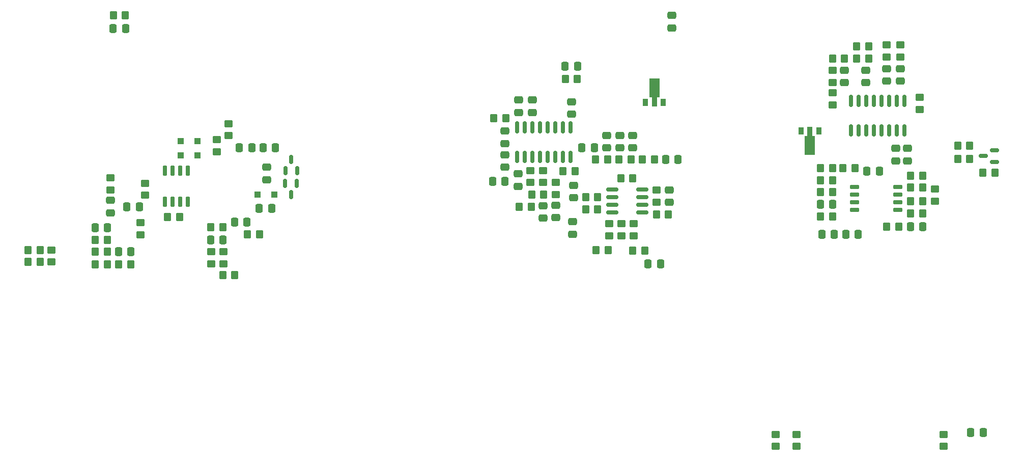
<source format=gbr>
%TF.GenerationSoftware,KiCad,Pcbnew,7.0.2-6a45011f42~172~ubuntu22.04.1*%
%TF.CreationDate,2023-05-30T10:36:55+01:00*%
%TF.ProjectId,panel-rbt-lac-gb-smd-1,70616e65-6c2d-4726-9274-2d6c61632d67,rev?*%
%TF.SameCoordinates,Original*%
%TF.FileFunction,Paste,Top*%
%TF.FilePolarity,Positive*%
%FSLAX46Y46*%
G04 Gerber Fmt 4.6, Leading zero omitted, Abs format (unit mm)*
G04 Created by KiCad (PCBNEW 7.0.2-6a45011f42~172~ubuntu22.04.1) date 2023-05-30 10:36:55*
%MOMM*%
%LPD*%
G01*
G04 APERTURE LIST*
G04 Aperture macros list*
%AMRoundRect*
0 Rectangle with rounded corners*
0 $1 Rounding radius*
0 $2 $3 $4 $5 $6 $7 $8 $9 X,Y pos of 4 corners*
0 Add a 4 corners polygon primitive as box body*
4,1,4,$2,$3,$4,$5,$6,$7,$8,$9,$2,$3,0*
0 Add four circle primitives for the rounded corners*
1,1,$1+$1,$2,$3*
1,1,$1+$1,$4,$5*
1,1,$1+$1,$6,$7*
1,1,$1+$1,$8,$9*
0 Add four rect primitives between the rounded corners*
20,1,$1+$1,$2,$3,$4,$5,0*
20,1,$1+$1,$4,$5,$6,$7,0*
20,1,$1+$1,$6,$7,$8,$9,0*
20,1,$1+$1,$8,$9,$2,$3,0*%
%AMFreePoly0*
4,1,9,3.862500,-0.866500,0.737500,-0.866500,0.737500,-0.450000,-0.737500,-0.450000,-0.737500,0.450000,0.737500,0.450000,0.737500,0.866500,3.862500,0.866500,3.862500,-0.866500,3.862500,-0.866500,$1*%
G04 Aperture macros list end*
%ADD10RoundRect,0.250000X-0.350000X-0.450000X0.350000X-0.450000X0.350000X0.450000X-0.350000X0.450000X0*%
%ADD11RoundRect,0.250000X0.350000X0.450000X-0.350000X0.450000X-0.350000X-0.450000X0.350000X-0.450000X0*%
%ADD12RoundRect,0.250000X-0.450000X0.350000X-0.450000X-0.350000X0.450000X-0.350000X0.450000X0.350000X0*%
%ADD13RoundRect,0.250000X-0.337500X-0.475000X0.337500X-0.475000X0.337500X0.475000X-0.337500X0.475000X0*%
%ADD14RoundRect,0.150000X-0.150000X0.725000X-0.150000X-0.725000X0.150000X-0.725000X0.150000X0.725000X0*%
%ADD15RoundRect,0.250000X-0.300000X-0.300000X0.300000X-0.300000X0.300000X0.300000X-0.300000X0.300000X0*%
%ADD16RoundRect,0.250000X0.337500X0.475000X-0.337500X0.475000X-0.337500X-0.475000X0.337500X-0.475000X0*%
%ADD17RoundRect,0.250000X0.300000X0.300000X-0.300000X0.300000X-0.300000X-0.300000X0.300000X-0.300000X0*%
%ADD18RoundRect,0.250000X0.450000X-0.350000X0.450000X0.350000X-0.450000X0.350000X-0.450000X-0.350000X0*%
%ADD19RoundRect,0.250000X0.475000X-0.337500X0.475000X0.337500X-0.475000X0.337500X-0.475000X-0.337500X0*%
%ADD20RoundRect,0.150000X0.150000X-0.587500X0.150000X0.587500X-0.150000X0.587500X-0.150000X-0.587500X0*%
%ADD21RoundRect,0.150000X-0.150000X0.587500X-0.150000X-0.587500X0.150000X-0.587500X0.150000X0.587500X0*%
%ADD22RoundRect,0.250000X-0.475000X0.337500X-0.475000X-0.337500X0.475000X-0.337500X0.475000X0.337500X0*%
%ADD23R,0.900000X1.300000*%
%ADD24FreePoly0,90.000000*%
%ADD25RoundRect,0.150000X-0.825000X-0.150000X0.825000X-0.150000X0.825000X0.150000X-0.825000X0.150000X0*%
%ADD26RoundRect,0.150000X-0.150000X0.825000X-0.150000X-0.825000X0.150000X-0.825000X0.150000X0.825000X0*%
%ADD27RoundRect,0.150000X0.587500X0.150000X-0.587500X0.150000X-0.587500X-0.150000X0.587500X-0.150000X0*%
%ADD28RoundRect,0.150000X0.150000X-0.825000X0.150000X0.825000X-0.150000X0.825000X-0.150000X-0.825000X0*%
%ADD29FreePoly0,270.000000*%
%ADD30RoundRect,0.150000X0.650000X0.150000X-0.650000X0.150000X-0.650000X-0.150000X0.650000X-0.150000X0*%
G04 APERTURE END LIST*
D10*
%TO.C,R14*%
X84350000Y-110680000D03*
X86350000Y-110680000D03*
%TD*%
D11*
%TO.C,R19*%
X74350000Y-118580000D03*
X72350000Y-118580000D03*
%TD*%
D12*
%TO.C,R12*%
X79850000Y-111680000D03*
X79850000Y-113680000D03*
%TD*%
D13*
%TO.C,C8*%
X77612500Y-108980000D03*
X79687500Y-108980000D03*
%TD*%
D10*
%TO.C,R22*%
X76250000Y-118580000D03*
X78250000Y-118580000D03*
%TD*%
D14*
%TO.C,U1*%
X87755000Y-103005000D03*
X86485000Y-103005000D03*
X85215000Y-103005000D03*
X83945000Y-103005000D03*
X83945000Y-108155000D03*
X85215000Y-108155000D03*
X86485000Y-108155000D03*
X87755000Y-108155000D03*
%TD*%
D12*
%TO.C,R20*%
X65050000Y-116180000D03*
X65050000Y-118180000D03*
%TD*%
D15*
%TO.C,D5*%
X86550000Y-100480000D03*
X89350000Y-100480000D03*
%TD*%
D16*
%TO.C,C4*%
X97587500Y-111580000D03*
X95512500Y-111580000D03*
%TD*%
D17*
%TO.C,D4*%
X89350000Y-98080000D03*
X86550000Y-98080000D03*
%TD*%
D16*
%TO.C,C6*%
X98387500Y-99180000D03*
X96312500Y-99180000D03*
%TD*%
D11*
%TO.C,R7*%
X99650000Y-113580000D03*
X97650000Y-113580000D03*
%TD*%
D13*
%TO.C,C3*%
X91512500Y-114480000D03*
X93587500Y-114480000D03*
%TD*%
D12*
%TO.C,R11*%
X80650000Y-105080000D03*
X80650000Y-107080000D03*
%TD*%
D10*
%TO.C,R13*%
X75350000Y-77180000D03*
X77350000Y-77180000D03*
%TD*%
D16*
%TO.C,C12*%
X101687500Y-109280000D03*
X99612500Y-109280000D03*
%TD*%
D18*
%TO.C,R5*%
X93650000Y-118480000D03*
X93650000Y-116480000D03*
%TD*%
D16*
%TO.C,C9*%
X77387500Y-79380000D03*
X75312500Y-79380000D03*
%TD*%
D11*
%TO.C,R9*%
X93550000Y-112380000D03*
X91550000Y-112380000D03*
%TD*%
D10*
%TO.C,R6*%
X93550000Y-120380000D03*
X95550000Y-120380000D03*
%TD*%
%TO.C,R16*%
X61150000Y-116180000D03*
X63150000Y-116180000D03*
%TD*%
%TO.C,R18*%
X72350000Y-114480000D03*
X74350000Y-114480000D03*
%TD*%
D19*
%TO.C,C11*%
X74850000Y-110017500D03*
X74850000Y-107942500D03*
%TD*%
D16*
%TO.C,C14*%
X74387500Y-112480000D03*
X72312500Y-112480000D03*
%TD*%
D13*
%TO.C,C5*%
X100250000Y-99180000D03*
X102325000Y-99180000D03*
%TD*%
D10*
%TO.C,R21*%
X72350000Y-116480000D03*
X74350000Y-116480000D03*
%TD*%
D20*
%TO.C,Q5*%
X104000000Y-103017500D03*
X105900000Y-103017500D03*
X104950000Y-101142500D03*
%TD*%
D18*
%TO.C,R8*%
X94550000Y-97180000D03*
X94550000Y-95180000D03*
%TD*%
D12*
%TO.C,R10*%
X92550000Y-97880000D03*
X92550000Y-99880000D03*
%TD*%
D19*
%TO.C,C7*%
X100850000Y-104517500D03*
X100850000Y-102442500D03*
%TD*%
D13*
%TO.C,C15*%
X76212500Y-116480000D03*
X78287500Y-116480000D03*
%TD*%
D21*
%TO.C,Q2*%
X105850000Y-105080000D03*
X103950000Y-105080000D03*
X104900000Y-106955000D03*
%TD*%
D18*
%TO.C,R17*%
X74850000Y-106180000D03*
X74850000Y-104180000D03*
%TD*%
D17*
%TO.C,D2*%
X102150000Y-106980000D03*
X99350000Y-106980000D03*
%TD*%
D10*
%TO.C,R15*%
X61150000Y-118180000D03*
X63150000Y-118180000D03*
%TD*%
D18*
%TO.C,R4*%
X91650000Y-118480000D03*
X91650000Y-116480000D03*
%TD*%
D22*
%TO.C,C15*%
X142750000Y-91242500D03*
X142750000Y-93317500D03*
%TD*%
D19*
%TO.C,C6*%
X167806000Y-108282500D03*
X167806000Y-106207500D03*
%TD*%
D18*
%TO.C,R7*%
X161906000Y-113845000D03*
X161906000Y-111845000D03*
%TD*%
D16*
%TO.C,C5*%
X169287500Y-101180000D03*
X167212500Y-101180000D03*
%TD*%
D22*
%TO.C,C20*%
X151771000Y-111472500D03*
X151771000Y-113547500D03*
%TD*%
D12*
%TO.C,R20*%
X157806000Y-111845000D03*
X157806000Y-113845000D03*
%TD*%
D11*
%TO.C,R15*%
X140650000Y-94280000D03*
X138650000Y-94280000D03*
%TD*%
D16*
%TO.C,C25*%
X152587500Y-85680000D03*
X150512500Y-85680000D03*
%TD*%
D23*
%TO.C,U2*%
X163850000Y-91630000D03*
D24*
X165350000Y-91542500D03*
D23*
X166850000Y-91630000D03*
%TD*%
D11*
%TO.C,R6*%
X167706000Y-110245000D03*
X165706000Y-110245000D03*
%TD*%
D22*
%TO.C,C9*%
X151550000Y-91542500D03*
X151550000Y-93617500D03*
%TD*%
D11*
%TO.C,R13*%
X161750000Y-104280000D03*
X159750000Y-104280000D03*
%TD*%
D10*
%TO.C,R21*%
X144950000Y-106980000D03*
X146950000Y-106980000D03*
%TD*%
D19*
%TO.C,C24*%
X146850000Y-110917500D03*
X146850000Y-108842500D03*
%TD*%
D16*
%TO.C,C11*%
X155387500Y-99180000D03*
X153312500Y-99180000D03*
%TD*%
D10*
%TO.C,R24*%
X142850000Y-108980000D03*
X144850000Y-108980000D03*
%TD*%
D22*
%TO.C,C7*%
X161750000Y-97142500D03*
X161750000Y-99217500D03*
%TD*%
%TO.C,C16*%
X151906000Y-105445000D03*
X151906000Y-107520000D03*
%TD*%
D18*
%TO.C,R8*%
X165706000Y-108245000D03*
X165706000Y-106245000D03*
%TD*%
D19*
%TO.C,C18*%
X140450000Y-98517500D03*
X140450000Y-96442500D03*
%TD*%
%TO.C,C22*%
X148950000Y-110817500D03*
X148950000Y-108742500D03*
%TD*%
D18*
%TO.C,R16*%
X159906000Y-113845000D03*
X159906000Y-111845000D03*
%TD*%
D22*
%TO.C,C19*%
X140450000Y-100342500D03*
X140450000Y-102417500D03*
%TD*%
D11*
%TO.C,R17*%
X155906000Y-109445000D03*
X153906000Y-109445000D03*
%TD*%
D22*
%TO.C,C14*%
X145050000Y-91242500D03*
X145050000Y-93317500D03*
%TD*%
D11*
%TO.C,R18*%
X152550000Y-87780000D03*
X150550000Y-87780000D03*
%TD*%
D18*
%TO.C,R22*%
X146850000Y-104980000D03*
X146850000Y-102980000D03*
%TD*%
D22*
%TO.C,C8*%
X157450000Y-97142500D03*
X157450000Y-99217500D03*
%TD*%
D13*
%TO.C,C4*%
X164312500Y-118480000D03*
X166387500Y-118480000D03*
%TD*%
D25*
%TO.C,U1*%
X158381000Y-106140000D03*
X158381000Y-107410000D03*
X158381000Y-108680000D03*
X158381000Y-109950000D03*
X163331000Y-109950000D03*
X163331000Y-108680000D03*
X163331000Y-107410000D03*
X163331000Y-106140000D03*
%TD*%
D10*
%TO.C,R4*%
X155650000Y-116180000D03*
X157650000Y-116180000D03*
%TD*%
D19*
%TO.C,C17*%
X159650000Y-99217500D03*
X159650000Y-97142500D03*
%TD*%
D11*
%TO.C,R11*%
X157550000Y-101180000D03*
X155550000Y-101180000D03*
%TD*%
D12*
%TO.C,R19*%
X144750000Y-102980000D03*
X144750000Y-104980000D03*
%TD*%
D26*
%TO.C,U3*%
X151395000Y-95805000D03*
X150125000Y-95805000D03*
X148855000Y-95805000D03*
X147585000Y-95805000D03*
X146315000Y-95805000D03*
X145045000Y-95805000D03*
X143775000Y-95805000D03*
X142505000Y-95805000D03*
X142505000Y-100755000D03*
X143775000Y-100755000D03*
X145045000Y-100755000D03*
X146315000Y-100755000D03*
X147585000Y-100755000D03*
X148855000Y-100755000D03*
X150125000Y-100755000D03*
X151395000Y-100755000D03*
%TD*%
D11*
%TO.C,R10*%
X161450000Y-101180000D03*
X159450000Y-101180000D03*
%TD*%
D18*
%TO.C,R23*%
X148950000Y-106980000D03*
X148950000Y-104980000D03*
%TD*%
D10*
%TO.C,R5*%
X161750000Y-116280000D03*
X163750000Y-116280000D03*
%TD*%
%TO.C,R14*%
X153906000Y-107445000D03*
X155906000Y-107445000D03*
%TD*%
D22*
%TO.C,C23*%
X142650000Y-103542500D03*
X142650000Y-105617500D03*
%TD*%
%TO.C,C26*%
X168250000Y-77205000D03*
X168250000Y-79280000D03*
%TD*%
D11*
%TO.C,R12*%
X152150000Y-103080000D03*
X150150000Y-103080000D03*
%TD*%
D13*
%TO.C,C21*%
X138412500Y-104780000D03*
X140487500Y-104780000D03*
%TD*%
D11*
%TO.C,R9*%
X165350000Y-101180000D03*
X163350000Y-101180000D03*
%TD*%
D12*
%TO.C,R25*%
X213490000Y-146840000D03*
X213490000Y-148840000D03*
%TD*%
D18*
%TO.C,R26*%
X185490000Y-148840000D03*
X185490000Y-146840000D03*
%TD*%
D12*
%TO.C,R27*%
X188980000Y-146840000D03*
X188980000Y-148840000D03*
%TD*%
D13*
%TO.C,C18*%
X217992500Y-146540000D03*
X220067500Y-146540000D03*
%TD*%
D11*
%TO.C,R1*%
X194990000Y-102590000D03*
X192990000Y-102590000D03*
%TD*%
%TO.C,R15*%
X209990000Y-110090000D03*
X207990000Y-110090000D03*
%TD*%
D12*
%TO.C,R14*%
X209490000Y-90840000D03*
X209490000Y-92840000D03*
%TD*%
D11*
%TO.C,R17*%
X205990000Y-112340000D03*
X203990000Y-112340000D03*
%TD*%
D16*
%TO.C,C16*%
X199277500Y-113590000D03*
X197202500Y-113590000D03*
%TD*%
D11*
%TO.C,R7*%
X221990000Y-103340000D03*
X219990000Y-103340000D03*
%TD*%
D27*
%TO.C,Q2*%
X221927500Y-101540000D03*
X221927500Y-99640000D03*
X220052500Y-100590000D03*
%TD*%
D28*
%TO.C,U3*%
X198045000Y-96315000D03*
X199315000Y-96315000D03*
X200585000Y-96315000D03*
X201855000Y-96315000D03*
X203125000Y-96315000D03*
X204395000Y-96315000D03*
X205665000Y-96315000D03*
X206935000Y-96315000D03*
X206935000Y-91365000D03*
X205665000Y-91365000D03*
X204395000Y-91365000D03*
X203125000Y-91365000D03*
X201855000Y-91365000D03*
X200585000Y-91365000D03*
X199315000Y-91365000D03*
X198045000Y-91365000D03*
%TD*%
D11*
%TO.C,R11*%
X209990000Y-108090000D03*
X207990000Y-108090000D03*
%TD*%
%TO.C,R22*%
X200990000Y-82340000D03*
X198990000Y-82340000D03*
%TD*%
D18*
%TO.C,R9*%
X211990000Y-108090000D03*
X211990000Y-106090000D03*
%TD*%
D11*
%TO.C,R19*%
X196990000Y-84340000D03*
X194990000Y-84340000D03*
%TD*%
D18*
%TO.C,R18*%
X194990000Y-88340000D03*
X194990000Y-86340000D03*
%TD*%
D11*
%TO.C,R2*%
X198740000Y-102590000D03*
X196740000Y-102590000D03*
%TD*%
%TO.C,R5*%
X194990000Y-110590000D03*
X192990000Y-110590000D03*
%TD*%
%TO.C,R13*%
X209990000Y-105840000D03*
X207990000Y-105840000D03*
%TD*%
D19*
%TO.C,C9*%
X205490000Y-101377500D03*
X205490000Y-99302500D03*
%TD*%
D13*
%TO.C,C2*%
X192952500Y-108590000D03*
X195027500Y-108590000D03*
%TD*%
%TO.C,C17*%
X193202500Y-113590000D03*
X195277500Y-113590000D03*
%TD*%
D11*
%TO.C,R4*%
X194990000Y-104590000D03*
X192990000Y-104590000D03*
%TD*%
D12*
%TO.C,R20*%
X203990000Y-82090000D03*
X203990000Y-84090000D03*
%TD*%
D13*
%TO.C,C11*%
X200702500Y-103090000D03*
X202777500Y-103090000D03*
%TD*%
%TO.C,C7*%
X207952500Y-112340000D03*
X210027500Y-112340000D03*
%TD*%
D11*
%TO.C,R8*%
X209990000Y-103840000D03*
X207990000Y-103840000D03*
%TD*%
%TO.C,R3*%
X194990000Y-106590000D03*
X192990000Y-106590000D03*
%TD*%
D22*
%TO.C,C13*%
X203990000Y-86052500D03*
X203990000Y-88127500D03*
%TD*%
D11*
%TO.C,R10*%
X217800000Y-98840000D03*
X215800000Y-98840000D03*
%TD*%
D23*
%TO.C,U4*%
X192740000Y-96390000D03*
D29*
X191240000Y-96477500D03*
D23*
X189740000Y-96390000D03*
%TD*%
D19*
%TO.C,C10*%
X207490000Y-101377500D03*
X207490000Y-99302500D03*
%TD*%
D30*
%TO.C,U1*%
X205840000Y-109495000D03*
X205840000Y-108225000D03*
X205840000Y-106955000D03*
X205840000Y-105685000D03*
X198640000Y-105685000D03*
X198640000Y-106955000D03*
X198640000Y-108225000D03*
X198640000Y-109495000D03*
%TD*%
D10*
%TO.C,R12*%
X215800000Y-101090000D03*
X217800000Y-101090000D03*
%TD*%
D19*
%TO.C,C12*%
X200490000Y-88377500D03*
X200490000Y-86302500D03*
%TD*%
%TO.C,C14*%
X206240000Y-88127500D03*
X206240000Y-86052500D03*
%TD*%
D10*
%TO.C,R21*%
X198990000Y-84340000D03*
X200990000Y-84340000D03*
%TD*%
D19*
%TO.C,C15*%
X196990000Y-88377500D03*
X196990000Y-86302500D03*
%TD*%
D12*
%TO.C,R23*%
X206240000Y-82090000D03*
X206240000Y-84090000D03*
%TD*%
D18*
%TO.C,R16*%
X194990000Y-92090000D03*
X194990000Y-90090000D03*
%TD*%
M02*

</source>
